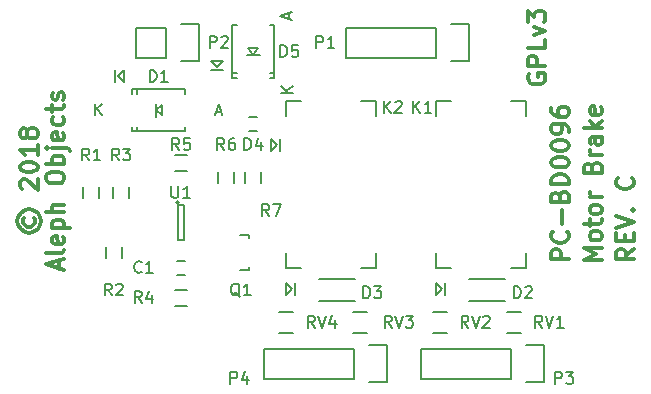
<source format=gbr>
G04 #@! TF.FileFunction,Legend,Top*
%FSLAX46Y46*%
G04 Gerber Fmt 4.6, Leading zero omitted, Abs format (unit mm)*
G04 Created by KiCad (PCBNEW 4.0.5+dfsg1-4) date Tue Jul 17 10:21:43 2018*
%MOMM*%
%LPD*%
G01*
G04 APERTURE LIST*
%ADD10C,0.100000*%
%ADD11C,0.300000*%
%ADD12C,0.200000*%
%ADD13C,0.150000*%
G04 APERTURE END LIST*
D10*
D11*
X58250000Y-102964286D02*
X58250000Y-102250000D01*
X58678571Y-103107143D02*
X57178571Y-102607143D01*
X58678571Y-102107143D01*
X58678571Y-101392857D02*
X58607143Y-101535715D01*
X58464286Y-101607143D01*
X57178571Y-101607143D01*
X58607143Y-100250001D02*
X58678571Y-100392858D01*
X58678571Y-100678572D01*
X58607143Y-100821429D01*
X58464286Y-100892858D01*
X57892857Y-100892858D01*
X57750000Y-100821429D01*
X57678571Y-100678572D01*
X57678571Y-100392858D01*
X57750000Y-100250001D01*
X57892857Y-100178572D01*
X58035714Y-100178572D01*
X58178571Y-100892858D01*
X57678571Y-99535715D02*
X59178571Y-99535715D01*
X57750000Y-99535715D02*
X57678571Y-99392858D01*
X57678571Y-99107144D01*
X57750000Y-98964287D01*
X57821429Y-98892858D01*
X57964286Y-98821429D01*
X58392857Y-98821429D01*
X58535714Y-98892858D01*
X58607143Y-98964287D01*
X58678571Y-99107144D01*
X58678571Y-99392858D01*
X58607143Y-99535715D01*
X58678571Y-98178572D02*
X57178571Y-98178572D01*
X58678571Y-97535715D02*
X57892857Y-97535715D01*
X57750000Y-97607144D01*
X57678571Y-97750001D01*
X57678571Y-97964286D01*
X57750000Y-98107144D01*
X57821429Y-98178572D01*
X57178571Y-95392858D02*
X57178571Y-95107144D01*
X57250000Y-94964286D01*
X57392857Y-94821429D01*
X57678571Y-94750001D01*
X58178571Y-94750001D01*
X58464286Y-94821429D01*
X58607143Y-94964286D01*
X58678571Y-95107144D01*
X58678571Y-95392858D01*
X58607143Y-95535715D01*
X58464286Y-95678572D01*
X58178571Y-95750001D01*
X57678571Y-95750001D01*
X57392857Y-95678572D01*
X57250000Y-95535715D01*
X57178571Y-95392858D01*
X58678571Y-94107143D02*
X57178571Y-94107143D01*
X57750000Y-94107143D02*
X57678571Y-93964286D01*
X57678571Y-93678572D01*
X57750000Y-93535715D01*
X57821429Y-93464286D01*
X57964286Y-93392857D01*
X58392857Y-93392857D01*
X58535714Y-93464286D01*
X58607143Y-93535715D01*
X58678571Y-93678572D01*
X58678571Y-93964286D01*
X58607143Y-94107143D01*
X57678571Y-92750000D02*
X58964286Y-92750000D01*
X59107143Y-92821429D01*
X59178571Y-92964286D01*
X59178571Y-93035714D01*
X57178571Y-92750000D02*
X57250000Y-92821429D01*
X57321429Y-92750000D01*
X57250000Y-92678572D01*
X57178571Y-92750000D01*
X57321429Y-92750000D01*
X58607143Y-91464286D02*
X58678571Y-91607143D01*
X58678571Y-91892857D01*
X58607143Y-92035714D01*
X58464286Y-92107143D01*
X57892857Y-92107143D01*
X57750000Y-92035714D01*
X57678571Y-91892857D01*
X57678571Y-91607143D01*
X57750000Y-91464286D01*
X57892857Y-91392857D01*
X58035714Y-91392857D01*
X58178571Y-92107143D01*
X58607143Y-90107143D02*
X58678571Y-90250000D01*
X58678571Y-90535714D01*
X58607143Y-90678572D01*
X58535714Y-90750000D01*
X58392857Y-90821429D01*
X57964286Y-90821429D01*
X57821429Y-90750000D01*
X57750000Y-90678572D01*
X57678571Y-90535714D01*
X57678571Y-90250000D01*
X57750000Y-90107143D01*
X57678571Y-89678572D02*
X57678571Y-89107143D01*
X57178571Y-89464286D02*
X58464286Y-89464286D01*
X58607143Y-89392858D01*
X58678571Y-89250000D01*
X58678571Y-89107143D01*
X58607143Y-88678572D02*
X58678571Y-88535715D01*
X58678571Y-88250000D01*
X58607143Y-88107143D01*
X58464286Y-88035715D01*
X58392857Y-88035715D01*
X58250000Y-88107143D01*
X58178571Y-88250000D01*
X58178571Y-88464286D01*
X58107143Y-88607143D01*
X57964286Y-88678572D01*
X57892857Y-88678572D01*
X57750000Y-88607143D01*
X57678571Y-88464286D01*
X57678571Y-88250000D01*
X57750000Y-88107143D01*
D12*
X78232000Y-104140000D02*
X78232000Y-105156000D01*
X77470000Y-105156000D02*
X77978000Y-104648000D01*
X77470000Y-104140000D02*
X77470000Y-105156000D01*
X77978000Y-104648000D02*
X77470000Y-104140000D01*
X90170000Y-105156000D02*
X90678000Y-104648000D01*
X90170000Y-104140000D02*
X90170000Y-105156000D01*
X90678000Y-104648000D02*
X90170000Y-104140000D01*
X90932000Y-104140000D02*
X90932000Y-105156000D01*
X76962000Y-91948000D02*
X76962000Y-92964000D01*
X76708000Y-92456000D02*
X76200000Y-91948000D01*
X76200000Y-92964000D02*
X76708000Y-92456000D01*
X76200000Y-91948000D02*
X76200000Y-92964000D01*
X63754000Y-87122000D02*
X63246000Y-86614000D01*
X63754000Y-86106000D02*
X63754000Y-87122000D01*
X63246000Y-86614000D02*
X63754000Y-86106000D01*
X72136000Y-86106000D02*
X71120000Y-86106000D01*
X71628000Y-85852000D02*
X71120000Y-85344000D01*
X72136000Y-85344000D02*
X71628000Y-85852000D01*
X71120000Y-85344000D02*
X72136000Y-85344000D01*
X62992000Y-86106000D02*
X62992000Y-87122000D01*
D11*
X101428571Y-102178570D02*
X99928571Y-102178570D01*
X99928571Y-101607142D01*
X100000000Y-101464284D01*
X100071429Y-101392856D01*
X100214286Y-101321427D01*
X100428571Y-101321427D01*
X100571429Y-101392856D01*
X100642857Y-101464284D01*
X100714286Y-101607142D01*
X100714286Y-102178570D01*
X101285714Y-99821427D02*
X101357143Y-99892856D01*
X101428571Y-100107142D01*
X101428571Y-100249999D01*
X101357143Y-100464284D01*
X101214286Y-100607142D01*
X101071429Y-100678570D01*
X100785714Y-100749999D01*
X100571429Y-100749999D01*
X100285714Y-100678570D01*
X100142857Y-100607142D01*
X100000000Y-100464284D01*
X99928571Y-100249999D01*
X99928571Y-100107142D01*
X100000000Y-99892856D01*
X100071429Y-99821427D01*
X100857143Y-99178570D02*
X100857143Y-98035713D01*
X100642857Y-96821427D02*
X100714286Y-96607141D01*
X100785714Y-96535713D01*
X100928571Y-96464284D01*
X101142857Y-96464284D01*
X101285714Y-96535713D01*
X101357143Y-96607141D01*
X101428571Y-96749999D01*
X101428571Y-97321427D01*
X99928571Y-97321427D01*
X99928571Y-96821427D01*
X100000000Y-96678570D01*
X100071429Y-96607141D01*
X100214286Y-96535713D01*
X100357143Y-96535713D01*
X100500000Y-96607141D01*
X100571429Y-96678570D01*
X100642857Y-96821427D01*
X100642857Y-97321427D01*
X101428571Y-95821427D02*
X99928571Y-95821427D01*
X99928571Y-95464284D01*
X100000000Y-95249999D01*
X100142857Y-95107141D01*
X100285714Y-95035713D01*
X100571429Y-94964284D01*
X100785714Y-94964284D01*
X101071429Y-95035713D01*
X101214286Y-95107141D01*
X101357143Y-95249999D01*
X101428571Y-95464284D01*
X101428571Y-95821427D01*
X99928571Y-94035713D02*
X99928571Y-93892856D01*
X100000000Y-93749999D01*
X100071429Y-93678570D01*
X100214286Y-93607141D01*
X100500000Y-93535713D01*
X100857143Y-93535713D01*
X101142857Y-93607141D01*
X101285714Y-93678570D01*
X101357143Y-93749999D01*
X101428571Y-93892856D01*
X101428571Y-94035713D01*
X101357143Y-94178570D01*
X101285714Y-94249999D01*
X101142857Y-94321427D01*
X100857143Y-94392856D01*
X100500000Y-94392856D01*
X100214286Y-94321427D01*
X100071429Y-94249999D01*
X100000000Y-94178570D01*
X99928571Y-94035713D01*
X99928571Y-92607142D02*
X99928571Y-92464285D01*
X100000000Y-92321428D01*
X100071429Y-92249999D01*
X100214286Y-92178570D01*
X100500000Y-92107142D01*
X100857143Y-92107142D01*
X101142857Y-92178570D01*
X101285714Y-92249999D01*
X101357143Y-92321428D01*
X101428571Y-92464285D01*
X101428571Y-92607142D01*
X101357143Y-92749999D01*
X101285714Y-92821428D01*
X101142857Y-92892856D01*
X100857143Y-92964285D01*
X100500000Y-92964285D01*
X100214286Y-92892856D01*
X100071429Y-92821428D01*
X100000000Y-92749999D01*
X99928571Y-92607142D01*
X101428571Y-91392857D02*
X101428571Y-91107142D01*
X101357143Y-90964285D01*
X101285714Y-90892857D01*
X101071429Y-90749999D01*
X100785714Y-90678571D01*
X100214286Y-90678571D01*
X100071429Y-90749999D01*
X100000000Y-90821428D01*
X99928571Y-90964285D01*
X99928571Y-91249999D01*
X100000000Y-91392857D01*
X100071429Y-91464285D01*
X100214286Y-91535714D01*
X100571429Y-91535714D01*
X100714286Y-91464285D01*
X100785714Y-91392857D01*
X100857143Y-91249999D01*
X100857143Y-90964285D01*
X100785714Y-90821428D01*
X100714286Y-90749999D01*
X100571429Y-90678571D01*
X99928571Y-89392857D02*
X99928571Y-89678571D01*
X100000000Y-89821428D01*
X100071429Y-89892857D01*
X100285714Y-90035714D01*
X100571429Y-90107143D01*
X101142857Y-90107143D01*
X101285714Y-90035714D01*
X101357143Y-89964286D01*
X101428571Y-89821428D01*
X101428571Y-89535714D01*
X101357143Y-89392857D01*
X101285714Y-89321428D01*
X101142857Y-89250000D01*
X100785714Y-89250000D01*
X100642857Y-89321428D01*
X100571429Y-89392857D01*
X100500000Y-89535714D01*
X100500000Y-89821428D01*
X100571429Y-89964286D01*
X100642857Y-90035714D01*
X100785714Y-90107143D01*
X106928571Y-101285714D02*
X106214286Y-101785714D01*
X106928571Y-102142857D02*
X105428571Y-102142857D01*
X105428571Y-101571429D01*
X105500000Y-101428571D01*
X105571429Y-101357143D01*
X105714286Y-101285714D01*
X105928571Y-101285714D01*
X106071429Y-101357143D01*
X106142857Y-101428571D01*
X106214286Y-101571429D01*
X106214286Y-102142857D01*
X106142857Y-100642857D02*
X106142857Y-100142857D01*
X106928571Y-99928571D02*
X106928571Y-100642857D01*
X105428571Y-100642857D01*
X105428571Y-99928571D01*
X105428571Y-99500000D02*
X106928571Y-99000000D01*
X105428571Y-98500000D01*
X106785714Y-98000000D02*
X106857143Y-97928572D01*
X106928571Y-98000000D01*
X106857143Y-98071429D01*
X106785714Y-98000000D01*
X106928571Y-98000000D01*
X106785714Y-95285714D02*
X106857143Y-95357143D01*
X106928571Y-95571429D01*
X106928571Y-95714286D01*
X106857143Y-95928571D01*
X106714286Y-96071429D01*
X106571429Y-96142857D01*
X106285714Y-96214286D01*
X106071429Y-96214286D01*
X105785714Y-96142857D01*
X105642857Y-96071429D01*
X105500000Y-95928571D01*
X105428571Y-95714286D01*
X105428571Y-95571429D01*
X105500000Y-95357143D01*
X105571429Y-95285714D01*
X98000000Y-86500000D02*
X97928571Y-86642857D01*
X97928571Y-86857143D01*
X98000000Y-87071428D01*
X98142857Y-87214286D01*
X98285714Y-87285714D01*
X98571429Y-87357143D01*
X98785714Y-87357143D01*
X99071429Y-87285714D01*
X99214286Y-87214286D01*
X99357143Y-87071428D01*
X99428571Y-86857143D01*
X99428571Y-86714286D01*
X99357143Y-86500000D01*
X99285714Y-86428571D01*
X98785714Y-86428571D01*
X98785714Y-86714286D01*
X99428571Y-85785714D02*
X97928571Y-85785714D01*
X97928571Y-85214286D01*
X98000000Y-85071428D01*
X98071429Y-85000000D01*
X98214286Y-84928571D01*
X98428571Y-84928571D01*
X98571429Y-85000000D01*
X98642857Y-85071428D01*
X98714286Y-85214286D01*
X98714286Y-85785714D01*
X99428571Y-83571428D02*
X99428571Y-84285714D01*
X97928571Y-84285714D01*
X98428571Y-83214285D02*
X99428571Y-82857142D01*
X98428571Y-82500000D01*
X97928571Y-82071428D02*
X97928571Y-81142857D01*
X98500000Y-81642857D01*
X98500000Y-81428571D01*
X98571429Y-81285714D01*
X98642857Y-81214285D01*
X98785714Y-81142857D01*
X99142857Y-81142857D01*
X99285714Y-81214285D01*
X99357143Y-81285714D01*
X99428571Y-81428571D01*
X99428571Y-81857143D01*
X99357143Y-82000000D01*
X99285714Y-82071428D01*
X55285714Y-98642856D02*
X55214286Y-98785714D01*
X55214286Y-99071428D01*
X55285714Y-99214285D01*
X55428571Y-99357142D01*
X55571429Y-99428571D01*
X55857143Y-99428571D01*
X56000000Y-99357142D01*
X56142857Y-99214285D01*
X56214286Y-99071428D01*
X56214286Y-98785714D01*
X56142857Y-98642856D01*
X54714286Y-98928571D02*
X54785714Y-99285714D01*
X55000000Y-99642856D01*
X55357143Y-99857142D01*
X55714286Y-99928571D01*
X56071429Y-99857142D01*
X56428571Y-99642856D01*
X56642857Y-99285714D01*
X56714286Y-98928571D01*
X56642857Y-98571428D01*
X56428571Y-98214285D01*
X56071429Y-97999999D01*
X55714286Y-97928571D01*
X55357143Y-97999999D01*
X55000000Y-98214285D01*
X54785714Y-98571428D01*
X54714286Y-98928571D01*
X55071429Y-96214285D02*
X55000000Y-96142856D01*
X54928571Y-95999999D01*
X54928571Y-95642856D01*
X55000000Y-95499999D01*
X55071429Y-95428570D01*
X55214286Y-95357142D01*
X55357143Y-95357142D01*
X55571429Y-95428570D01*
X56428571Y-96285713D01*
X56428571Y-95357142D01*
X54928571Y-94428571D02*
X54928571Y-94285714D01*
X55000000Y-94142857D01*
X55071429Y-94071428D01*
X55214286Y-93999999D01*
X55500000Y-93928571D01*
X55857143Y-93928571D01*
X56142857Y-93999999D01*
X56285714Y-94071428D01*
X56357143Y-94142857D01*
X56428571Y-94285714D01*
X56428571Y-94428571D01*
X56357143Y-94571428D01*
X56285714Y-94642857D01*
X56142857Y-94714285D01*
X55857143Y-94785714D01*
X55500000Y-94785714D01*
X55214286Y-94714285D01*
X55071429Y-94642857D01*
X55000000Y-94571428D01*
X54928571Y-94428571D01*
X56428571Y-92500000D02*
X56428571Y-93357143D01*
X56428571Y-92928571D02*
X54928571Y-92928571D01*
X55142857Y-93071428D01*
X55285714Y-93214286D01*
X55357143Y-93357143D01*
X55571429Y-91642857D02*
X55500000Y-91785715D01*
X55428571Y-91857143D01*
X55285714Y-91928572D01*
X55214286Y-91928572D01*
X55071429Y-91857143D01*
X55000000Y-91785715D01*
X54928571Y-91642857D01*
X54928571Y-91357143D01*
X55000000Y-91214286D01*
X55071429Y-91142857D01*
X55214286Y-91071429D01*
X55285714Y-91071429D01*
X55428571Y-91142857D01*
X55500000Y-91214286D01*
X55571429Y-91357143D01*
X55571429Y-91642857D01*
X55642857Y-91785715D01*
X55714286Y-91857143D01*
X55857143Y-91928572D01*
X56142857Y-91928572D01*
X56285714Y-91857143D01*
X56357143Y-91785715D01*
X56428571Y-91642857D01*
X56428571Y-91357143D01*
X56357143Y-91214286D01*
X56285714Y-91142857D01*
X56142857Y-91071429D01*
X55857143Y-91071429D01*
X55714286Y-91142857D01*
X55642857Y-91214286D01*
X55571429Y-91357143D01*
X104178571Y-102214285D02*
X102678571Y-102214285D01*
X103750000Y-101714285D01*
X102678571Y-101214285D01*
X104178571Y-101214285D01*
X104178571Y-100285713D02*
X104107143Y-100428571D01*
X104035714Y-100499999D01*
X103892857Y-100571428D01*
X103464286Y-100571428D01*
X103321429Y-100499999D01*
X103250000Y-100428571D01*
X103178571Y-100285713D01*
X103178571Y-100071428D01*
X103250000Y-99928571D01*
X103321429Y-99857142D01*
X103464286Y-99785713D01*
X103892857Y-99785713D01*
X104035714Y-99857142D01*
X104107143Y-99928571D01*
X104178571Y-100071428D01*
X104178571Y-100285713D01*
X103178571Y-99357142D02*
X103178571Y-98785713D01*
X102678571Y-99142856D02*
X103964286Y-99142856D01*
X104107143Y-99071428D01*
X104178571Y-98928570D01*
X104178571Y-98785713D01*
X104178571Y-98071427D02*
X104107143Y-98214285D01*
X104035714Y-98285713D01*
X103892857Y-98357142D01*
X103464286Y-98357142D01*
X103321429Y-98285713D01*
X103250000Y-98214285D01*
X103178571Y-98071427D01*
X103178571Y-97857142D01*
X103250000Y-97714285D01*
X103321429Y-97642856D01*
X103464286Y-97571427D01*
X103892857Y-97571427D01*
X104035714Y-97642856D01*
X104107143Y-97714285D01*
X104178571Y-97857142D01*
X104178571Y-98071427D01*
X104178571Y-96928570D02*
X103178571Y-96928570D01*
X103464286Y-96928570D02*
X103321429Y-96857142D01*
X103250000Y-96785713D01*
X103178571Y-96642856D01*
X103178571Y-96499999D01*
X103392857Y-94357142D02*
X103464286Y-94142856D01*
X103535714Y-94071428D01*
X103678571Y-93999999D01*
X103892857Y-93999999D01*
X104035714Y-94071428D01*
X104107143Y-94142856D01*
X104178571Y-94285714D01*
X104178571Y-94857142D01*
X102678571Y-94857142D01*
X102678571Y-94357142D01*
X102750000Y-94214285D01*
X102821429Y-94142856D01*
X102964286Y-94071428D01*
X103107143Y-94071428D01*
X103250000Y-94142856D01*
X103321429Y-94214285D01*
X103392857Y-94357142D01*
X103392857Y-94857142D01*
X104178571Y-93357142D02*
X103178571Y-93357142D01*
X103464286Y-93357142D02*
X103321429Y-93285714D01*
X103250000Y-93214285D01*
X103178571Y-93071428D01*
X103178571Y-92928571D01*
X104178571Y-91785714D02*
X103392857Y-91785714D01*
X103250000Y-91857143D01*
X103178571Y-92000000D01*
X103178571Y-92285714D01*
X103250000Y-92428571D01*
X104107143Y-91785714D02*
X104178571Y-91928571D01*
X104178571Y-92285714D01*
X104107143Y-92428571D01*
X103964286Y-92500000D01*
X103821429Y-92500000D01*
X103678571Y-92428571D01*
X103607143Y-92285714D01*
X103607143Y-91928571D01*
X103535714Y-91785714D01*
X104178571Y-91071428D02*
X102678571Y-91071428D01*
X103607143Y-90928571D02*
X104178571Y-90500000D01*
X103178571Y-90500000D02*
X103750000Y-91071428D01*
X104107143Y-89285714D02*
X104178571Y-89428571D01*
X104178571Y-89714285D01*
X104107143Y-89857142D01*
X103964286Y-89928571D01*
X103392857Y-89928571D01*
X103250000Y-89857142D01*
X103178571Y-89714285D01*
X103178571Y-89428571D01*
X103250000Y-89285714D01*
X103392857Y-89214285D01*
X103535714Y-89214285D01*
X103678571Y-89928571D01*
D13*
X91440000Y-102870000D02*
X90170000Y-102870000D01*
X90170000Y-102870000D02*
X90170000Y-101600000D01*
X97790000Y-101600000D02*
X97790000Y-102870000D01*
X97790000Y-102870000D02*
X96520000Y-102870000D01*
X96520000Y-88770000D02*
X97790000Y-88770000D01*
X97790000Y-88770000D02*
X97790000Y-90040000D01*
X90170000Y-90040000D02*
X90170000Y-88770000D01*
X90170000Y-88770000D02*
X91440000Y-88770000D01*
X78740000Y-102870000D02*
X77470000Y-102870000D01*
X77470000Y-102870000D02*
X77470000Y-101600000D01*
X85090000Y-101600000D02*
X85090000Y-102870000D01*
X85090000Y-102870000D02*
X83820000Y-102870000D01*
X83820000Y-88770000D02*
X85090000Y-88770000D01*
X85090000Y-88770000D02*
X85090000Y-90040000D01*
X77470000Y-90040000D02*
X77470000Y-88770000D01*
X77470000Y-88770000D02*
X78740000Y-88770000D01*
X68230000Y-102270000D02*
X68930000Y-102270000D01*
X68930000Y-103470000D02*
X68230000Y-103470000D01*
X64424560Y-87784940D02*
X68925440Y-87784940D01*
X64424560Y-91285060D02*
X68925440Y-91285060D01*
X68925440Y-87784940D02*
X68925440Y-88135460D01*
X64424560Y-87784940D02*
X64424560Y-88135460D01*
X64424560Y-91285060D02*
X64424560Y-90934540D01*
X68925440Y-91285060D02*
X68925440Y-90934540D01*
X64875860Y-87784940D02*
X64875860Y-88135460D01*
X64875860Y-91285060D02*
X64875860Y-90934540D01*
X66425000Y-88985000D02*
X66425000Y-90085000D01*
X66975000Y-89985000D02*
X66425000Y-89535000D01*
X66975000Y-89085000D02*
X66975000Y-89985000D01*
X66425000Y-89535000D02*
X66975000Y-89085000D01*
X95980000Y-105675000D02*
X92980000Y-105675000D01*
X95980000Y-103875000D02*
X92980000Y-103875000D01*
X83280000Y-105675000D02*
X80280000Y-105675000D01*
X83280000Y-103875000D02*
X80280000Y-103875000D01*
X75026000Y-91278000D02*
X74326000Y-91278000D01*
X74326000Y-90078000D02*
X75026000Y-90078000D01*
X74310240Y-103099820D02*
X73609200Y-103099820D01*
X74310240Y-102899160D02*
X74310240Y-103099820D01*
X74310240Y-100100180D02*
X74310240Y-100349100D01*
X73609200Y-100100180D02*
X74310240Y-100100180D01*
X74310240Y-102899160D02*
X74310240Y-102850900D01*
X61635000Y-96020000D02*
X61635000Y-97020000D01*
X60285000Y-97020000D02*
X60285000Y-96020000D01*
X62190000Y-102100000D02*
X62190000Y-101100000D01*
X63540000Y-101100000D02*
X63540000Y-102100000D01*
X64175000Y-96020000D02*
X64175000Y-97020000D01*
X62825000Y-97020000D02*
X62825000Y-96020000D01*
X69080000Y-106085000D02*
X68080000Y-106085000D01*
X68080000Y-104735000D02*
X69080000Y-104735000D01*
X68080000Y-93305000D02*
X69080000Y-93305000D01*
X69080000Y-94655000D02*
X68080000Y-94655000D01*
X71715000Y-95750000D02*
X71715000Y-94750000D01*
X73065000Y-94750000D02*
X73065000Y-95750000D01*
X75351000Y-94750000D02*
X75351000Y-95750000D01*
X74001000Y-95750000D02*
X74001000Y-94750000D01*
X68330000Y-97610000D02*
X68330000Y-100510000D01*
X68330000Y-100510000D02*
X68830000Y-100510000D01*
X68830000Y-100510000D02*
X68830000Y-97610000D01*
X68830000Y-97610000D02*
X68330000Y-97610000D01*
X68380000Y-97360000D02*
G75*
G03X68380000Y-97360000I-100000J0D01*
G01*
X92990000Y-82270000D02*
X92990000Y-85370000D01*
X91440000Y-82270000D02*
X92990000Y-82270000D01*
X90170000Y-85090000D02*
X90170000Y-82550000D01*
X82550000Y-82550000D02*
X82550000Y-85090000D01*
X92990000Y-85370000D02*
X91440000Y-85370000D01*
X90170000Y-85090000D02*
X82550000Y-85090000D01*
X90170000Y-82550000D02*
X82550000Y-82550000D01*
X64770000Y-82550000D02*
X64770000Y-85090000D01*
X67310000Y-82550000D02*
X64770000Y-82550000D01*
X70130000Y-82270000D02*
X70130000Y-85370000D01*
X68580000Y-82270000D02*
X70130000Y-82270000D01*
X67310000Y-85090000D02*
X67310000Y-82550000D01*
X70130000Y-85370000D02*
X68580000Y-85370000D01*
X67310000Y-85090000D02*
X64770000Y-85090000D01*
X99300000Y-109450000D02*
X99300000Y-112550000D01*
X97750000Y-109450000D02*
X99300000Y-109450000D01*
X96480000Y-112270000D02*
X96480000Y-109730000D01*
X88860000Y-109730000D02*
X88860000Y-112270000D01*
X99300000Y-112550000D02*
X97750000Y-112550000D01*
X96480000Y-112270000D02*
X88860000Y-112270000D01*
X96480000Y-109730000D02*
X88860000Y-109730000D01*
X86050000Y-109450000D02*
X86050000Y-112550000D01*
X84500000Y-109450000D02*
X86050000Y-109450000D01*
X83230000Y-112270000D02*
X83230000Y-109730000D01*
X75610000Y-109730000D02*
X75610000Y-112270000D01*
X86050000Y-112550000D02*
X84500000Y-112550000D01*
X83230000Y-112270000D02*
X75610000Y-112270000D01*
X83230000Y-109730000D02*
X75610000Y-109730000D01*
X72925940Y-86832440D02*
X72925940Y-82331560D01*
X76426060Y-86832440D02*
X76426060Y-82331560D01*
X72925940Y-82331560D02*
X73276460Y-82331560D01*
X72925940Y-86832440D02*
X73276460Y-86832440D01*
X76426060Y-86832440D02*
X76075540Y-86832440D01*
X76426060Y-82331560D02*
X76075540Y-82331560D01*
X72925940Y-86381140D02*
X73276460Y-86381140D01*
X76426060Y-86381140D02*
X76075540Y-86381140D01*
X74126000Y-84832000D02*
X75226000Y-84832000D01*
X75126000Y-84282000D02*
X74676000Y-84832000D01*
X74226000Y-84282000D02*
X75126000Y-84282000D01*
X74676000Y-84832000D02*
X74226000Y-84282000D01*
X97350000Y-108375000D02*
X96150000Y-108375000D01*
X96150000Y-106625000D02*
X97350000Y-106625000D01*
X91100000Y-108375000D02*
X89900000Y-108375000D01*
X89900000Y-106625000D02*
X91100000Y-106625000D01*
X84350000Y-108375000D02*
X83150000Y-108375000D01*
X83150000Y-106625000D02*
X84350000Y-106625000D01*
X78100000Y-108375000D02*
X76900000Y-108375000D01*
X76900000Y-106625000D02*
X78100000Y-106625000D01*
X88241905Y-89772381D02*
X88241905Y-88772381D01*
X88813334Y-89772381D02*
X88384762Y-89200952D01*
X88813334Y-88772381D02*
X88241905Y-89343810D01*
X89765715Y-89772381D02*
X89194286Y-89772381D01*
X89480000Y-89772381D02*
X89480000Y-88772381D01*
X89384762Y-88915238D01*
X89289524Y-89010476D01*
X89194286Y-89058095D01*
X85741905Y-89772381D02*
X85741905Y-88772381D01*
X86313334Y-89772381D02*
X85884762Y-89200952D01*
X86313334Y-88772381D02*
X85741905Y-89343810D01*
X86694286Y-88867619D02*
X86741905Y-88820000D01*
X86837143Y-88772381D01*
X87075239Y-88772381D01*
X87170477Y-88820000D01*
X87218096Y-88867619D01*
X87265715Y-88962857D01*
X87265715Y-89058095D01*
X87218096Y-89200952D01*
X86646667Y-89772381D01*
X87265715Y-89772381D01*
X65238334Y-103227143D02*
X65190715Y-103274762D01*
X65047858Y-103322381D01*
X64952620Y-103322381D01*
X64809762Y-103274762D01*
X64714524Y-103179524D01*
X64666905Y-103084286D01*
X64619286Y-102893810D01*
X64619286Y-102750952D01*
X64666905Y-102560476D01*
X64714524Y-102465238D01*
X64809762Y-102370000D01*
X64952620Y-102322381D01*
X65047858Y-102322381D01*
X65190715Y-102370000D01*
X65238334Y-102417619D01*
X66190715Y-103322381D02*
X65619286Y-103322381D01*
X65905000Y-103322381D02*
X65905000Y-102322381D01*
X65809762Y-102465238D01*
X65714524Y-102560476D01*
X65619286Y-102608095D01*
X65936905Y-87137381D02*
X65936905Y-86137381D01*
X66175000Y-86137381D01*
X66317858Y-86185000D01*
X66413096Y-86280238D01*
X66460715Y-86375476D01*
X66508334Y-86565952D01*
X66508334Y-86708810D01*
X66460715Y-86899286D01*
X66413096Y-86994524D01*
X66317858Y-87089762D01*
X66175000Y-87137381D01*
X65936905Y-87137381D01*
X67460715Y-87137381D02*
X66889286Y-87137381D01*
X67175000Y-87137381D02*
X67175000Y-86137381D01*
X67079762Y-86280238D01*
X66984524Y-86375476D01*
X66889286Y-86423095D01*
X71516905Y-89701667D02*
X71993096Y-89701667D01*
X71421667Y-89987381D02*
X71755000Y-88987381D01*
X72088334Y-89987381D01*
X61333095Y-89987381D02*
X61333095Y-88987381D01*
X61904524Y-89987381D02*
X61475952Y-89415952D01*
X61904524Y-88987381D02*
X61333095Y-89558810D01*
X96761905Y-105452381D02*
X96761905Y-104452381D01*
X97000000Y-104452381D01*
X97142858Y-104500000D01*
X97238096Y-104595238D01*
X97285715Y-104690476D01*
X97333334Y-104880952D01*
X97333334Y-105023810D01*
X97285715Y-105214286D01*
X97238096Y-105309524D01*
X97142858Y-105404762D01*
X97000000Y-105452381D01*
X96761905Y-105452381D01*
X97714286Y-104547619D02*
X97761905Y-104500000D01*
X97857143Y-104452381D01*
X98095239Y-104452381D01*
X98190477Y-104500000D01*
X98238096Y-104547619D01*
X98285715Y-104642857D01*
X98285715Y-104738095D01*
X98238096Y-104880952D01*
X97666667Y-105452381D01*
X98285715Y-105452381D01*
X84011905Y-105452381D02*
X84011905Y-104452381D01*
X84250000Y-104452381D01*
X84392858Y-104500000D01*
X84488096Y-104595238D01*
X84535715Y-104690476D01*
X84583334Y-104880952D01*
X84583334Y-105023810D01*
X84535715Y-105214286D01*
X84488096Y-105309524D01*
X84392858Y-105404762D01*
X84250000Y-105452381D01*
X84011905Y-105452381D01*
X84916667Y-104452381D02*
X85535715Y-104452381D01*
X85202381Y-104833333D01*
X85345239Y-104833333D01*
X85440477Y-104880952D01*
X85488096Y-104928571D01*
X85535715Y-105023810D01*
X85535715Y-105261905D01*
X85488096Y-105357143D01*
X85440477Y-105404762D01*
X85345239Y-105452381D01*
X85059524Y-105452381D01*
X84964286Y-105404762D01*
X84916667Y-105357143D01*
X73937905Y-92908381D02*
X73937905Y-91908381D01*
X74176000Y-91908381D01*
X74318858Y-91956000D01*
X74414096Y-92051238D01*
X74461715Y-92146476D01*
X74509334Y-92336952D01*
X74509334Y-92479810D01*
X74461715Y-92670286D01*
X74414096Y-92765524D01*
X74318858Y-92860762D01*
X74176000Y-92908381D01*
X73937905Y-92908381D01*
X75366477Y-92241714D02*
X75366477Y-92908381D01*
X75128381Y-91860762D02*
X74890286Y-92575048D01*
X75509334Y-92575048D01*
X73564762Y-105322619D02*
X73469524Y-105275000D01*
X73374286Y-105179762D01*
X73231429Y-105036905D01*
X73136190Y-104989286D01*
X73040952Y-104989286D01*
X73088571Y-105227381D02*
X72993333Y-105179762D01*
X72898095Y-105084524D01*
X72850476Y-104894048D01*
X72850476Y-104560714D01*
X72898095Y-104370238D01*
X72993333Y-104275000D01*
X73088571Y-104227381D01*
X73279048Y-104227381D01*
X73374286Y-104275000D01*
X73469524Y-104370238D01*
X73517143Y-104560714D01*
X73517143Y-104894048D01*
X73469524Y-105084524D01*
X73374286Y-105179762D01*
X73279048Y-105227381D01*
X73088571Y-105227381D01*
X74469524Y-105227381D02*
X73898095Y-105227381D01*
X74183809Y-105227381D02*
X74183809Y-104227381D01*
X74088571Y-104370238D01*
X73993333Y-104465476D01*
X73898095Y-104513095D01*
X60793334Y-93797381D02*
X60460000Y-93321190D01*
X60221905Y-93797381D02*
X60221905Y-92797381D01*
X60602858Y-92797381D01*
X60698096Y-92845000D01*
X60745715Y-92892619D01*
X60793334Y-92987857D01*
X60793334Y-93130714D01*
X60745715Y-93225952D01*
X60698096Y-93273571D01*
X60602858Y-93321190D01*
X60221905Y-93321190D01*
X61745715Y-93797381D02*
X61174286Y-93797381D01*
X61460000Y-93797381D02*
X61460000Y-92797381D01*
X61364762Y-92940238D01*
X61269524Y-93035476D01*
X61174286Y-93083095D01*
X62698334Y-105227381D02*
X62365000Y-104751190D01*
X62126905Y-105227381D02*
X62126905Y-104227381D01*
X62507858Y-104227381D01*
X62603096Y-104275000D01*
X62650715Y-104322619D01*
X62698334Y-104417857D01*
X62698334Y-104560714D01*
X62650715Y-104655952D01*
X62603096Y-104703571D01*
X62507858Y-104751190D01*
X62126905Y-104751190D01*
X63079286Y-104322619D02*
X63126905Y-104275000D01*
X63222143Y-104227381D01*
X63460239Y-104227381D01*
X63555477Y-104275000D01*
X63603096Y-104322619D01*
X63650715Y-104417857D01*
X63650715Y-104513095D01*
X63603096Y-104655952D01*
X63031667Y-105227381D01*
X63650715Y-105227381D01*
X63333334Y-93797381D02*
X63000000Y-93321190D01*
X62761905Y-93797381D02*
X62761905Y-92797381D01*
X63142858Y-92797381D01*
X63238096Y-92845000D01*
X63285715Y-92892619D01*
X63333334Y-92987857D01*
X63333334Y-93130714D01*
X63285715Y-93225952D01*
X63238096Y-93273571D01*
X63142858Y-93321190D01*
X62761905Y-93321190D01*
X63666667Y-92797381D02*
X64285715Y-92797381D01*
X63952381Y-93178333D01*
X64095239Y-93178333D01*
X64190477Y-93225952D01*
X64238096Y-93273571D01*
X64285715Y-93368810D01*
X64285715Y-93606905D01*
X64238096Y-93702143D01*
X64190477Y-93749762D01*
X64095239Y-93797381D01*
X63809524Y-93797381D01*
X63714286Y-93749762D01*
X63666667Y-93702143D01*
X65238334Y-105862381D02*
X64905000Y-105386190D01*
X64666905Y-105862381D02*
X64666905Y-104862381D01*
X65047858Y-104862381D01*
X65143096Y-104910000D01*
X65190715Y-104957619D01*
X65238334Y-105052857D01*
X65238334Y-105195714D01*
X65190715Y-105290952D01*
X65143096Y-105338571D01*
X65047858Y-105386190D01*
X64666905Y-105386190D01*
X66095477Y-105195714D02*
X66095477Y-105862381D01*
X65857381Y-104814762D02*
X65619286Y-105529048D01*
X66238334Y-105529048D01*
X68413334Y-92908381D02*
X68080000Y-92432190D01*
X67841905Y-92908381D02*
X67841905Y-91908381D01*
X68222858Y-91908381D01*
X68318096Y-91956000D01*
X68365715Y-92003619D01*
X68413334Y-92098857D01*
X68413334Y-92241714D01*
X68365715Y-92336952D01*
X68318096Y-92384571D01*
X68222858Y-92432190D01*
X67841905Y-92432190D01*
X69318096Y-91908381D02*
X68841905Y-91908381D01*
X68794286Y-92384571D01*
X68841905Y-92336952D01*
X68937143Y-92289333D01*
X69175239Y-92289333D01*
X69270477Y-92336952D01*
X69318096Y-92384571D01*
X69365715Y-92479810D01*
X69365715Y-92717905D01*
X69318096Y-92813143D01*
X69270477Y-92860762D01*
X69175239Y-92908381D01*
X68937143Y-92908381D01*
X68841905Y-92860762D01*
X68794286Y-92813143D01*
X72223334Y-92908381D02*
X71890000Y-92432190D01*
X71651905Y-92908381D02*
X71651905Y-91908381D01*
X72032858Y-91908381D01*
X72128096Y-91956000D01*
X72175715Y-92003619D01*
X72223334Y-92098857D01*
X72223334Y-92241714D01*
X72175715Y-92336952D01*
X72128096Y-92384571D01*
X72032858Y-92432190D01*
X71651905Y-92432190D01*
X73080477Y-91908381D02*
X72890000Y-91908381D01*
X72794762Y-91956000D01*
X72747143Y-92003619D01*
X72651905Y-92146476D01*
X72604286Y-92336952D01*
X72604286Y-92717905D01*
X72651905Y-92813143D01*
X72699524Y-92860762D01*
X72794762Y-92908381D01*
X72985239Y-92908381D01*
X73080477Y-92860762D01*
X73128096Y-92813143D01*
X73175715Y-92717905D01*
X73175715Y-92479810D01*
X73128096Y-92384571D01*
X73080477Y-92336952D01*
X72985239Y-92289333D01*
X72794762Y-92289333D01*
X72699524Y-92336952D01*
X72651905Y-92384571D01*
X72604286Y-92479810D01*
X76033334Y-98496381D02*
X75700000Y-98020190D01*
X75461905Y-98496381D02*
X75461905Y-97496381D01*
X75842858Y-97496381D01*
X75938096Y-97544000D01*
X75985715Y-97591619D01*
X76033334Y-97686857D01*
X76033334Y-97829714D01*
X75985715Y-97924952D01*
X75938096Y-97972571D01*
X75842858Y-98020190D01*
X75461905Y-98020190D01*
X76366667Y-97496381D02*
X77033334Y-97496381D01*
X76604762Y-98496381D01*
X67768095Y-95962381D02*
X67768095Y-96771905D01*
X67815714Y-96867143D01*
X67863333Y-96914762D01*
X67958571Y-96962381D01*
X68149048Y-96962381D01*
X68244286Y-96914762D01*
X68291905Y-96867143D01*
X68339524Y-96771905D01*
X68339524Y-95962381D01*
X69339524Y-96962381D02*
X68768095Y-96962381D01*
X69053809Y-96962381D02*
X69053809Y-95962381D01*
X68958571Y-96105238D01*
X68863333Y-96200476D01*
X68768095Y-96248095D01*
X80033905Y-84272381D02*
X80033905Y-83272381D01*
X80414858Y-83272381D01*
X80510096Y-83320000D01*
X80557715Y-83367619D01*
X80605334Y-83462857D01*
X80605334Y-83605714D01*
X80557715Y-83700952D01*
X80510096Y-83748571D01*
X80414858Y-83796190D01*
X80033905Y-83796190D01*
X81557715Y-84272381D02*
X80986286Y-84272381D01*
X81272000Y-84272381D02*
X81272000Y-83272381D01*
X81176762Y-83415238D01*
X81081524Y-83510476D01*
X80986286Y-83558095D01*
X71016905Y-84272381D02*
X71016905Y-83272381D01*
X71397858Y-83272381D01*
X71493096Y-83320000D01*
X71540715Y-83367619D01*
X71588334Y-83462857D01*
X71588334Y-83605714D01*
X71540715Y-83700952D01*
X71493096Y-83748571D01*
X71397858Y-83796190D01*
X71016905Y-83796190D01*
X71969286Y-83367619D02*
X72016905Y-83320000D01*
X72112143Y-83272381D01*
X72350239Y-83272381D01*
X72445477Y-83320000D01*
X72493096Y-83367619D01*
X72540715Y-83462857D01*
X72540715Y-83558095D01*
X72493096Y-83700952D01*
X71921667Y-84272381D01*
X72540715Y-84272381D01*
X100261905Y-112702381D02*
X100261905Y-111702381D01*
X100642858Y-111702381D01*
X100738096Y-111750000D01*
X100785715Y-111797619D01*
X100833334Y-111892857D01*
X100833334Y-112035714D01*
X100785715Y-112130952D01*
X100738096Y-112178571D01*
X100642858Y-112226190D01*
X100261905Y-112226190D01*
X101166667Y-111702381D02*
X101785715Y-111702381D01*
X101452381Y-112083333D01*
X101595239Y-112083333D01*
X101690477Y-112130952D01*
X101738096Y-112178571D01*
X101785715Y-112273810D01*
X101785715Y-112511905D01*
X101738096Y-112607143D01*
X101690477Y-112654762D01*
X101595239Y-112702381D01*
X101309524Y-112702381D01*
X101214286Y-112654762D01*
X101166667Y-112607143D01*
X72761905Y-112702381D02*
X72761905Y-111702381D01*
X73142858Y-111702381D01*
X73238096Y-111750000D01*
X73285715Y-111797619D01*
X73333334Y-111892857D01*
X73333334Y-112035714D01*
X73285715Y-112130952D01*
X73238096Y-112178571D01*
X73142858Y-112226190D01*
X72761905Y-112226190D01*
X74190477Y-112035714D02*
X74190477Y-112702381D01*
X73952381Y-111654762D02*
X73714286Y-112369048D01*
X74333334Y-112369048D01*
X76985905Y-85034381D02*
X76985905Y-84034381D01*
X77224000Y-84034381D01*
X77366858Y-84082000D01*
X77462096Y-84177238D01*
X77509715Y-84272476D01*
X77557334Y-84462952D01*
X77557334Y-84605810D01*
X77509715Y-84796286D01*
X77462096Y-84891524D01*
X77366858Y-84986762D01*
X77224000Y-85034381D01*
X76985905Y-85034381D01*
X78462096Y-84034381D02*
X77985905Y-84034381D01*
X77938286Y-84510571D01*
X77985905Y-84462952D01*
X78081143Y-84415333D01*
X78319239Y-84415333D01*
X78414477Y-84462952D01*
X78462096Y-84510571D01*
X78509715Y-84605810D01*
X78509715Y-84843905D01*
X78462096Y-84939143D01*
X78414477Y-84986762D01*
X78319239Y-85034381D01*
X78081143Y-85034381D01*
X77985905Y-84986762D01*
X77938286Y-84939143D01*
X77692667Y-81770095D02*
X77692667Y-81293904D01*
X77978381Y-81865333D02*
X76978381Y-81532000D01*
X77978381Y-81198666D01*
X78028381Y-88093905D02*
X77028381Y-88093905D01*
X78028381Y-87522476D02*
X77456952Y-87951048D01*
X77028381Y-87522476D02*
X77599810Y-88093905D01*
X99154762Y-107952381D02*
X98821428Y-107476190D01*
X98583333Y-107952381D02*
X98583333Y-106952381D01*
X98964286Y-106952381D01*
X99059524Y-107000000D01*
X99107143Y-107047619D01*
X99154762Y-107142857D01*
X99154762Y-107285714D01*
X99107143Y-107380952D01*
X99059524Y-107428571D01*
X98964286Y-107476190D01*
X98583333Y-107476190D01*
X99440476Y-106952381D02*
X99773809Y-107952381D01*
X100107143Y-106952381D01*
X100964286Y-107952381D02*
X100392857Y-107952381D01*
X100678571Y-107952381D02*
X100678571Y-106952381D01*
X100583333Y-107095238D01*
X100488095Y-107190476D01*
X100392857Y-107238095D01*
X92904762Y-107952381D02*
X92571428Y-107476190D01*
X92333333Y-107952381D02*
X92333333Y-106952381D01*
X92714286Y-106952381D01*
X92809524Y-107000000D01*
X92857143Y-107047619D01*
X92904762Y-107142857D01*
X92904762Y-107285714D01*
X92857143Y-107380952D01*
X92809524Y-107428571D01*
X92714286Y-107476190D01*
X92333333Y-107476190D01*
X93190476Y-106952381D02*
X93523809Y-107952381D01*
X93857143Y-106952381D01*
X94142857Y-107047619D02*
X94190476Y-107000000D01*
X94285714Y-106952381D01*
X94523810Y-106952381D01*
X94619048Y-107000000D01*
X94666667Y-107047619D01*
X94714286Y-107142857D01*
X94714286Y-107238095D01*
X94666667Y-107380952D01*
X94095238Y-107952381D01*
X94714286Y-107952381D01*
X86404762Y-107952381D02*
X86071428Y-107476190D01*
X85833333Y-107952381D02*
X85833333Y-106952381D01*
X86214286Y-106952381D01*
X86309524Y-107000000D01*
X86357143Y-107047619D01*
X86404762Y-107142857D01*
X86404762Y-107285714D01*
X86357143Y-107380952D01*
X86309524Y-107428571D01*
X86214286Y-107476190D01*
X85833333Y-107476190D01*
X86690476Y-106952381D02*
X87023809Y-107952381D01*
X87357143Y-106952381D01*
X87595238Y-106952381D02*
X88214286Y-106952381D01*
X87880952Y-107333333D01*
X88023810Y-107333333D01*
X88119048Y-107380952D01*
X88166667Y-107428571D01*
X88214286Y-107523810D01*
X88214286Y-107761905D01*
X88166667Y-107857143D01*
X88119048Y-107904762D01*
X88023810Y-107952381D01*
X87738095Y-107952381D01*
X87642857Y-107904762D01*
X87595238Y-107857143D01*
X79904762Y-107952381D02*
X79571428Y-107476190D01*
X79333333Y-107952381D02*
X79333333Y-106952381D01*
X79714286Y-106952381D01*
X79809524Y-107000000D01*
X79857143Y-107047619D01*
X79904762Y-107142857D01*
X79904762Y-107285714D01*
X79857143Y-107380952D01*
X79809524Y-107428571D01*
X79714286Y-107476190D01*
X79333333Y-107476190D01*
X80190476Y-106952381D02*
X80523809Y-107952381D01*
X80857143Y-106952381D01*
X81619048Y-107285714D02*
X81619048Y-107952381D01*
X81380952Y-106904762D02*
X81142857Y-107619048D01*
X81761905Y-107619048D01*
M02*

</source>
